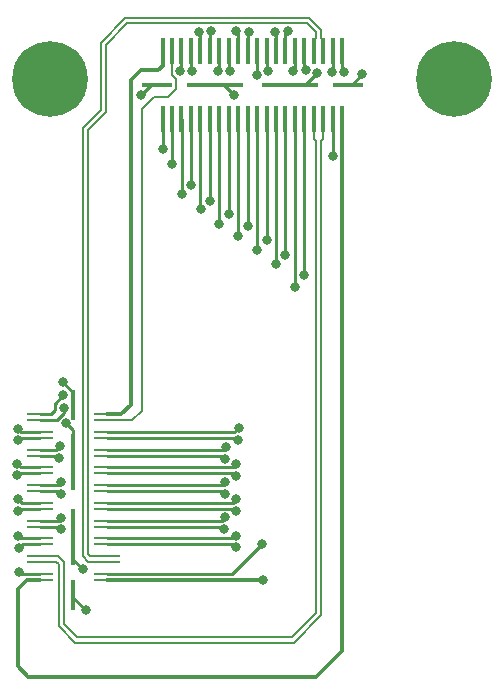
<source format=gbr>
%TF.GenerationSoftware,KiCad,Pcbnew,7.0.1*%
%TF.CreationDate,2023-08-08T21:16:00-04:00*%
%TF.ProjectId,syzygy-txr-to-std,73797a79-6779-42d7-9478-722d746f2d73,rev?*%
%TF.SameCoordinates,Original*%
%TF.FileFunction,Copper,L1,Top*%
%TF.FilePolarity,Positive*%
%FSLAX46Y46*%
G04 Gerber Fmt 4.6, Leading zero omitted, Abs format (unit mm)*
G04 Created by KiCad (PCBNEW 7.0.1) date 2023-08-08 21:16:00*
%MOMM*%
%LPD*%
G01*
G04 APERTURE LIST*
%TA.AperFunction,SMDPad,CuDef*%
%ADD10R,2.270000X0.280000*%
%TD*%
%TA.AperFunction,SMDPad,CuDef*%
%ADD11R,0.430000X2.540000*%
%TD*%
%TA.AperFunction,SMDPad,CuDef*%
%ADD12R,0.430000X4.700000*%
%TD*%
%TA.AperFunction,ComponentPad*%
%ADD13C,6.400000*%
%TD*%
%TA.AperFunction,SMDPad,CuDef*%
%ADD14R,0.410000X2.270000*%
%TD*%
%TA.AperFunction,SMDPad,CuDef*%
%ADD15R,2.540000X0.430000*%
%TD*%
%TA.AperFunction,SMDPad,CuDef*%
%ADD16R,4.700000X0.430000*%
%TD*%
%TA.AperFunction,ViaPad*%
%ADD17C,0.800000*%
%TD*%
%TA.AperFunction,Conductor*%
%ADD18C,0.250000*%
%TD*%
%TA.AperFunction,Conductor*%
%ADD19C,0.300000*%
%TD*%
%TA.AperFunction,Conductor*%
%ADD20C,0.200000*%
%TD*%
G04 APERTURE END LIST*
D10*
%TO.P,J1,01,SCL*%
%TO.N,/SCL*%
X137008000Y-96812800D03*
%TO.P,J1,02,+5V*%
%TO.N,/5V*%
X142748000Y-96812800D03*
%TO.P,J1,03,SDA*%
%TO.N,/SDA*%
X137008000Y-97312800D03*
%TO.P,J1,04,R_GA*%
%TO.N,/R_GA*%
X142748000Y-97312800D03*
%TO.P,J1,05,RX0P*%
%TO.N,/5*%
X137008000Y-98312800D03*
%TO.P,J1,06,TX0P*%
%TO.N,/6*%
X142748000Y-98312800D03*
%TO.P,J1,07,RX0N*%
%TO.N,/7*%
X137008000Y-98812800D03*
%TO.P,J1,08,TX0N*%
%TO.N,/8*%
X142748000Y-98812800D03*
%TO.P,J1,09,RX1P*%
%TO.N,/9*%
X137008000Y-99812800D03*
%TO.P,J1,10,TX1P*%
%TO.N,/10*%
X142748000Y-99812800D03*
%TO.P,J1,11,RX1N*%
%TO.N,/11*%
X137008000Y-100312800D03*
%TO.P,J1,12,TX1N*%
%TO.N,/12*%
X142748000Y-100312800D03*
%TO.P,J1,13,REFCLKP*%
%TO.N,/13*%
X137008000Y-101312800D03*
%TO.P,J1,14,S0*%
%TO.N,/14*%
X142748000Y-101312800D03*
%TO.P,J1,15,REFCLKN*%
%TO.N,/15*%
X137008000Y-101812800D03*
%TO.P,J1,16,S1*%
%TO.N,/16*%
X142748000Y-101812800D03*
%TO.P,J1,17,S2*%
%TO.N,/17*%
X137008000Y-102812800D03*
%TO.P,J1,18,S3*%
%TO.N,/18*%
X142748000Y-102812800D03*
%TO.P,J1,19,S4*%
%TO.N,/19*%
X137008000Y-103312800D03*
%TO.P,J1,20,S5*%
%TO.N,/20*%
X142748000Y-103312800D03*
%TO.P,J1,21,S6*%
%TO.N,/21*%
X137008000Y-104312800D03*
%TO.P,J1,22,S7*%
%TO.N,/22*%
X142748000Y-104312800D03*
%TO.P,J1,23,S8*%
%TO.N,/23*%
X137008000Y-104812800D03*
%TO.P,J1,24,S9*%
%TO.N,/24*%
X142748000Y-104812800D03*
%TO.P,J1,25,RX3P*%
%TO.N,/25*%
X137008000Y-105812800D03*
%TO.P,J1,26,TX3P*%
%TO.N,/26*%
X142748000Y-105812800D03*
%TO.P,J1,27,RX3N*%
%TO.N,/27*%
X137008000Y-106312800D03*
%TO.P,J1,28,TX3N*%
%TO.N,/28*%
X142748000Y-106312800D03*
%TO.P,J1,29,RX2P*%
%TO.N,/29*%
X137008000Y-107312800D03*
%TO.P,J1,30,TX2P*%
%TO.N,/30*%
X142748000Y-107312800D03*
%TO.P,J1,31,RX2N*%
%TO.N,/31*%
X137008000Y-107812800D03*
%TO.P,J1,32,TX2N*%
%TO.N,/32*%
X142748000Y-107812800D03*
%TO.P,J1,33,P2C_CLKP*%
%TO.N,/P2C_CLKP*%
X137008000Y-108812800D03*
%TO.P,J1,34,C2P_CLKP*%
%TO.N,/C2P_CLKP*%
X142748000Y-108812800D03*
%TO.P,J1,35,P2C_CLKN*%
%TO.N,/P2C_CLKN*%
X137008000Y-109312800D03*
%TO.P,J1,36,C2P_CLKN*%
%TO.N,/C2P_CLKN*%
X142748000Y-109312800D03*
%TO.P,J1,37,RSVD*%
%TO.N,/37*%
X137008000Y-110312800D03*
%TO.P,J1,38,RSVD*%
%TO.N,/38*%
X142748000Y-110312800D03*
%TO.P,J1,39,VIO1*%
%TO.N,/VIO1*%
X137008000Y-110812800D03*
%TO.P,J1,40,+3.3V*%
%TO.N,/3V3*%
X142748000Y-110812800D03*
D11*
%TO.P,J1,GND1,GND*%
%TO.N,GND*%
X139878000Y-95992800D03*
D12*
%TO.P,J1,GND2,GND__1*%
X139878000Y-100882800D03*
%TO.P,J1,GND3,GND__2*%
X139878000Y-107232800D03*
D11*
%TO.P,J1,GND4,GND__3*%
X139878000Y-112122800D03*
%TD*%
D13*
%TO.P,H2,1,1*%
%TO.N,unconnected-(H2-Pad1)*%
X137871201Y-68401399D03*
%TD*%
D14*
%TO.P,J2,01,SCL*%
%TO.N,/SCL*%
X147421601Y-71804999D03*
%TO.P,J2,02,+5V*%
%TO.N,/5V*%
X147421601Y-66074999D03*
%TO.P,J2,03,SDA*%
%TO.N,/SDA*%
X148221601Y-71804999D03*
%TO.P,J2,04,R_GA*%
%TO.N,/R_GA*%
X148221601Y-66074999D03*
%TO.P,J2,05,S0_D0P*%
%TO.N,/5*%
X149021601Y-71804999D03*
%TO.P,J2,06,S1_D1P*%
%TO.N,/6*%
X149021601Y-66074999D03*
%TO.P,J2,07,S2_D0N*%
%TO.N,/7*%
X149821601Y-71804999D03*
%TO.P,J2,08,S3_D1N*%
%TO.N,/8*%
X149821601Y-66074999D03*
%TO.P,J2,09,S4_D2P*%
%TO.N,/9*%
X150621601Y-71804999D03*
%TO.P,J2,10,S5_D3P*%
%TO.N,/10*%
X150621601Y-66074999D03*
%TO.P,J2,11,S6_D2N*%
%TO.N,/11*%
X151421601Y-71804999D03*
%TO.P,J2,12,S7_D3N*%
%TO.N,/12*%
X151421601Y-66074999D03*
%TO.P,J2,13,S8_D4P*%
%TO.N,/13*%
X152221601Y-71804999D03*
%TO.P,J2,14,S9_D5P*%
%TO.N,/14*%
X152221601Y-66074999D03*
%TO.P,J2,15,S10_D4N*%
%TO.N,/15*%
X153021601Y-71804999D03*
%TO.P,J2,16,S11_D5N*%
%TO.N,/16*%
X153021601Y-66074999D03*
%TO.P,J2,17,S12_D6P*%
%TO.N,/17*%
X153821601Y-71804999D03*
%TO.P,J2,18,S13_D7P*%
%TO.N,/18*%
X153821601Y-66074999D03*
%TO.P,J2,19,S14_D6N*%
%TO.N,/19*%
X154621601Y-71804999D03*
%TO.P,J2,20,S15_D7N*%
%TO.N,/20*%
X154621601Y-66074999D03*
%TO.P,J2,21,S16*%
%TO.N,/21*%
X155421601Y-71804999D03*
%TO.P,J2,22,S17*%
%TO.N,/22*%
X155421601Y-66074999D03*
%TO.P,J2,23,S18*%
%TO.N,/23*%
X156221601Y-71804999D03*
%TO.P,J2,24,S19*%
%TO.N,/24*%
X156221601Y-66074999D03*
%TO.P,J2,25,S20*%
%TO.N,/25*%
X157021601Y-71804999D03*
%TO.P,J2,26,S21*%
%TO.N,/26*%
X157021601Y-66074999D03*
%TO.P,J2,27,S22*%
%TO.N,/27*%
X157821601Y-71804999D03*
%TO.P,J2,28,S23*%
%TO.N,/28*%
X157821601Y-66074999D03*
%TO.P,J2,29,S24*%
%TO.N,/29*%
X158621601Y-71804999D03*
%TO.P,J2,30,S25*%
%TO.N,/30*%
X158621601Y-66074999D03*
%TO.P,J2,31,S26*%
%TO.N,/31*%
X159421601Y-71804999D03*
%TO.P,J2,32,S27*%
%TO.N,/32*%
X159421601Y-66074999D03*
%TO.P,J2,33,P2C_CLKP*%
%TO.N,/P2C_CLKP*%
X160221601Y-71804999D03*
%TO.P,J2,34,C2P_CLKP*%
%TO.N,/C2P_CLKP*%
X160221601Y-66074999D03*
%TO.P,J2,35,P2C_CLKN*%
%TO.N,/P2C_CLKN*%
X161021601Y-71804999D03*
%TO.P,J2,36,C2P_CLKN*%
%TO.N,/C2P_CLKN*%
X161021601Y-66074999D03*
%TO.P,J2,37,RSVD*%
%TO.N,/37*%
X161821601Y-71804999D03*
%TO.P,J2,38,RSVD*%
%TO.N,/38*%
X161821601Y-66074999D03*
%TO.P,J2,39,VIO1*%
%TO.N,/VIO1*%
X162621601Y-71804999D03*
%TO.P,J2,40,+3.3V*%
%TO.N,/3V3*%
X162621601Y-66074999D03*
D15*
%TO.P,J2,G1,GND*%
%TO.N,GND*%
X146951601Y-68939999D03*
D16*
%TO.P,J2,G2,GND__1*%
X151841601Y-68939999D03*
%TO.P,J2,G3,GND__2*%
X158191601Y-68939999D03*
D15*
%TO.P,J2,G4,GND__3*%
X163081601Y-68939999D03*
%TD*%
D13*
%TO.P,H1,1,1*%
%TO.N,unconnected-(H1-Pad1)*%
X172059601Y-68401399D03*
%TD*%
D17*
%TO.N,/SCL*%
X138988800Y-95199200D03*
X147421601Y-74371200D03*
%TO.N,/SDA*%
X139039600Y-96316800D03*
X148221601Y-75641200D03*
%TO.N,/5*%
X149047200Y-78181200D03*
X135149655Y-98023500D03*
%TO.N,/6*%
X153873200Y-97942400D03*
X148911297Y-67716400D03*
%TO.N,/7*%
X135159553Y-99022954D03*
X149821601Y-77419200D03*
%TO.N,/8*%
X149910800Y-67716400D03*
X153845722Y-98951005D03*
%TO.N,/9*%
X138734800Y-99472500D03*
X150639697Y-79468897D03*
%TO.N,/10*%
X150537069Y-64415033D03*
X152806400Y-99568000D03*
%TO.N,/11*%
X138684000Y-100482400D03*
X151421601Y-78740000D03*
%TO.N,/12*%
X152744053Y-100565556D03*
X151536400Y-64396511D03*
%TO.N,/13*%
X135128000Y-100990400D03*
X152196800Y-80670400D03*
%TO.N,/14*%
X152146000Y-67716400D03*
X153644391Y-101038478D03*
%TO.N,/15*%
X135135290Y-101989876D03*
X153021601Y-79857600D03*
%TO.N,/16*%
X153647035Y-102037977D03*
X153145467Y-67708025D03*
%TO.N,/17*%
X153824951Y-81740550D03*
X138836400Y-102530897D03*
%TO.N,/18*%
X153670000Y-64396511D03*
X152704800Y-102565200D03*
%TO.N,/19*%
X138836400Y-103530400D03*
X154656751Y-80908750D03*
%TO.N,/20*%
X152709761Y-103564690D03*
X154736800Y-64414400D03*
%TO.N,/21*%
X155427098Y-82860297D03*
X135178800Y-103987600D03*
%TO.N,/22*%
X153670000Y-103987600D03*
X155397200Y-68122800D03*
%TO.N,/23*%
X135178800Y-104987103D03*
X156233498Y-82053897D03*
%TO.N,/24*%
X156362400Y-67716400D03*
X153619200Y-105003600D03*
%TO.N,/25*%
X157021601Y-84124800D03*
X138785600Y-105562400D03*
%TO.N,/26*%
X156921200Y-64414400D03*
X152704800Y-105537300D03*
%TO.N,/27*%
X157821601Y-83362800D03*
X138785600Y-106561903D03*
%TO.N,/28*%
X152653595Y-106535490D03*
X158038800Y-64396511D03*
%TO.N,/29*%
X158597600Y-86004400D03*
X135189719Y-107154493D03*
%TO.N,/30*%
X153670000Y-107086400D03*
X158496000Y-67716400D03*
%TO.N,/31*%
X159410400Y-84988400D03*
X135229600Y-108153200D03*
%TO.N,/32*%
X159537400Y-67691000D03*
X153669247Y-108085902D03*
%TO.N,/37*%
X161848800Y-74930000D03*
X135255000Y-110159800D03*
%TO.N,/38*%
X155854400Y-107797600D03*
X161763697Y-67818000D03*
%TO.N,/3V3*%
X155956000Y-110845600D03*
X162763200Y-67818000D03*
%TO.N,GND*%
X160508584Y-67927234D03*
X140919200Y-113385600D03*
X139261085Y-97540985D03*
X153480100Y-69799200D03*
X138988800Y-94081600D03*
X145592800Y-69748400D03*
X140665200Y-109931200D03*
X164338000Y-68021200D03*
%TD*%
D18*
%TO.N,/SCL*%
X138277600Y-96469200D02*
X138277600Y-95910400D01*
X138277600Y-95910400D02*
X138988800Y-95199200D01*
X137934000Y-96812800D02*
X138277600Y-96469200D01*
X137008000Y-96812800D02*
X137934000Y-96812800D01*
X147421601Y-74371200D02*
X147421601Y-71804999D01*
D19*
%TO.N,/5V*%
X143928400Y-96812800D02*
X142748000Y-96812800D01*
X145592800Y-67665600D02*
X144729200Y-68529200D01*
X147421601Y-66074999D02*
X147421601Y-67309999D01*
X144729200Y-68529200D02*
X144729200Y-96012000D01*
X147421601Y-67309999D02*
X147066000Y-67665600D01*
X144729200Y-96012000D02*
X143928400Y-96812800D01*
X147066000Y-67665600D02*
X145592800Y-67665600D01*
D18*
%TO.N,/SDA*%
X148221601Y-75641200D02*
X148221601Y-71804999D01*
X137008000Y-97312800D02*
X138463965Y-97312800D01*
X139039600Y-96737165D02*
X139039600Y-96316800D01*
X138463965Y-97312800D02*
X139039600Y-96737165D01*
D20*
%TO.N,/R_GA*%
X148221601Y-67409999D02*
X148211297Y-67420303D01*
X145643600Y-96500000D02*
X144830800Y-97312800D01*
X148521601Y-68424999D02*
X148521601Y-69308799D01*
X145643600Y-70967600D02*
X145643600Y-96500000D01*
X148521601Y-69308799D02*
X147878800Y-69951600D01*
X147878800Y-69951600D02*
X146659600Y-69951600D01*
X148211297Y-67420303D02*
X148211297Y-68114695D01*
X146659600Y-69951600D02*
X145643600Y-70967600D01*
X148221601Y-66074999D02*
X148221601Y-67409999D01*
X144830800Y-97312800D02*
X142748000Y-97312800D01*
X148211297Y-68114695D02*
X148521601Y-68424999D01*
D18*
%TO.N,/5*%
X149047200Y-78181200D02*
X149047200Y-71830598D01*
X135438955Y-98312800D02*
X137008000Y-98312800D01*
X135149655Y-98023500D02*
X135438955Y-98312800D01*
X149047200Y-71830598D02*
X149021601Y-71804999D01*
%TO.N,/6*%
X153502800Y-98312800D02*
X153873200Y-97942400D01*
X149021601Y-66074999D02*
X149021601Y-67606096D01*
X149021601Y-67606096D02*
X148911297Y-67716400D01*
X142748000Y-98312800D02*
X153502800Y-98312800D01*
%TO.N,/7*%
X135369707Y-98812800D02*
X137008000Y-98812800D01*
X149821601Y-77419200D02*
X149821601Y-71804999D01*
X135159553Y-99022954D02*
X135369707Y-98812800D01*
%TO.N,/8*%
X142748000Y-98812800D02*
X153707517Y-98812800D01*
X153707517Y-98812800D02*
X153845722Y-98951005D01*
X149821601Y-67627201D02*
X149821601Y-66074999D01*
X149910800Y-67716400D02*
X149821601Y-67627201D01*
%TO.N,/9*%
X150639697Y-79468897D02*
X150622000Y-79451200D01*
X137008000Y-99812800D02*
X138394500Y-99812800D01*
X150622000Y-79451200D02*
X150622000Y-71805398D01*
X138394500Y-99812800D02*
X138734800Y-99472500D01*
X150622000Y-71805398D02*
X150621601Y-71804999D01*
%TO.N,/10*%
X152561600Y-99812800D02*
X152806400Y-99568000D01*
X150621601Y-64499565D02*
X150537069Y-64415033D01*
X142748000Y-99812800D02*
X152561600Y-99812800D01*
X150621601Y-66074999D02*
X150621601Y-64499565D01*
%TO.N,/11*%
X137008000Y-100312800D02*
X138514400Y-100312800D01*
X138514400Y-100312800D02*
X138684000Y-100482400D01*
X151421601Y-78740000D02*
X151421601Y-71804999D01*
%TO.N,/12*%
X142748000Y-100312800D02*
X152491297Y-100312800D01*
X152491297Y-100312800D02*
X152744053Y-100565556D01*
X151421601Y-66074999D02*
X151421601Y-64511310D01*
X151421601Y-64511310D02*
X151536400Y-64396511D01*
%TO.N,/13*%
X152196800Y-80670400D02*
X152196800Y-71829800D01*
X135128000Y-100990400D02*
X135450400Y-101312800D01*
X152196800Y-71829800D02*
X152221601Y-71804999D01*
X135450400Y-101312800D02*
X137008000Y-101312800D01*
%TO.N,/14*%
X153644391Y-101038478D02*
X153370069Y-101312800D01*
X152221601Y-66074999D02*
X152221601Y-67640799D01*
X153370069Y-101312800D02*
X142748000Y-101312800D01*
X152221601Y-67640799D02*
X152146000Y-67716400D01*
%TO.N,/15*%
X135135290Y-101989876D02*
X135312366Y-101812800D01*
X135312366Y-101812800D02*
X137008000Y-101812800D01*
X153021601Y-79857600D02*
X153021601Y-71804999D01*
%TO.N,/16*%
X153021601Y-67584159D02*
X153021601Y-66074999D01*
X153145467Y-67708025D02*
X153021601Y-67584159D01*
X153421858Y-101812800D02*
X153647035Y-102037977D01*
X142748000Y-101812800D02*
X153421858Y-101812800D01*
%TO.N,/17*%
X138554497Y-102812800D02*
X137008000Y-102812800D01*
X153821601Y-81737200D02*
X153821601Y-71804999D01*
X138836400Y-102530897D02*
X138554497Y-102812800D01*
X153824951Y-81740550D02*
X153821601Y-81737200D01*
%TO.N,/18*%
X152457200Y-102812800D02*
X152704800Y-102565200D01*
X153821601Y-66074999D02*
X153821601Y-64515201D01*
X153702911Y-64396511D02*
X153670000Y-64396511D01*
X153821601Y-64515201D02*
X153702911Y-64396511D01*
X142748000Y-102812800D02*
X152457200Y-102812800D01*
%TO.N,/19*%
X137008000Y-103312800D02*
X138618800Y-103312800D01*
X138618800Y-103312800D02*
X138836400Y-103530400D01*
X154621601Y-80873600D02*
X154621601Y-71804999D01*
X154656751Y-80908750D02*
X154621601Y-80873600D01*
%TO.N,/20*%
X154621601Y-64529599D02*
X154736800Y-64414400D01*
X154621601Y-66074999D02*
X154621601Y-64529599D01*
X142748000Y-103312800D02*
X152457871Y-103312800D01*
X152457871Y-103312800D02*
X152709761Y-103564690D01*
%TO.N,/21*%
X155427098Y-82860297D02*
X155421601Y-82854800D01*
X155421601Y-82854800D02*
X155421601Y-71804999D01*
X135504000Y-104312800D02*
X135178800Y-103987600D01*
X137008000Y-104312800D02*
X135504000Y-104312800D01*
%TO.N,/22*%
X155421601Y-68025058D02*
X155421601Y-68098399D01*
X155421601Y-68025058D02*
X155421601Y-66074999D01*
X155421601Y-68098399D02*
X155397200Y-68122800D01*
X153670000Y-103987600D02*
X153344800Y-104312800D01*
X153344800Y-104312800D02*
X142748000Y-104312800D01*
%TO.N,/23*%
X135353103Y-104812800D02*
X135178800Y-104987103D01*
X156221601Y-82042000D02*
X156221601Y-71804999D01*
X156233498Y-82053897D02*
X156221601Y-82042000D01*
X137008000Y-104812800D02*
X135353103Y-104812800D01*
%TO.N,/24*%
X156221601Y-67575601D02*
X156362400Y-67716400D01*
X156221601Y-66074999D02*
X156221601Y-67575601D01*
X153619200Y-105003600D02*
X153428400Y-104812800D01*
X153428400Y-104812800D02*
X142748000Y-104812800D01*
%TO.N,/25*%
X137008000Y-105812800D02*
X138535200Y-105812800D01*
X138535200Y-105812800D02*
X138785600Y-105562400D01*
X157021601Y-84124800D02*
X157021601Y-71804999D01*
%TO.N,/26*%
X157021601Y-64514801D02*
X156921200Y-64414400D01*
X152429300Y-105812800D02*
X142748000Y-105812800D01*
X152704800Y-105537300D02*
X152429300Y-105812800D01*
X157021601Y-66074999D02*
X157021601Y-64514801D01*
%TO.N,/27*%
X138536497Y-106312800D02*
X138785600Y-106561903D01*
X137008000Y-106312800D02*
X138536497Y-106312800D01*
X157821601Y-83362800D02*
X157821601Y-71804999D01*
%TO.N,/28*%
X157821601Y-64613710D02*
X158038800Y-64396511D01*
X157821601Y-66074999D02*
X157821601Y-64613710D01*
X152653595Y-106535490D02*
X152430905Y-106312800D01*
X152430905Y-106312800D02*
X142748000Y-106312800D01*
%TO.N,/29*%
X135348026Y-107312800D02*
X137008000Y-107312800D01*
X158621601Y-85980399D02*
X158621601Y-71804999D01*
X135189719Y-107154493D02*
X135348026Y-107312800D01*
X158597600Y-86004400D02*
X158621601Y-85980399D01*
%TO.N,/30*%
X158496000Y-67716400D02*
X158621601Y-67590799D01*
X153443600Y-107312800D02*
X142748000Y-107312800D01*
X158621601Y-67590799D02*
X158621601Y-66074999D01*
X153670000Y-107086400D02*
X153443600Y-107312800D01*
%TO.N,/31*%
X135229600Y-108153200D02*
X135570000Y-107812800D01*
X159410400Y-84988400D02*
X159421601Y-84977199D01*
X135570000Y-107812800D02*
X137008000Y-107812800D01*
X159421601Y-84977199D02*
X159421601Y-71804999D01*
%TO.N,/32*%
X153396145Y-107812800D02*
X142748000Y-107812800D01*
X153669247Y-108085902D02*
X153396145Y-107812800D01*
X159421601Y-67575201D02*
X159421601Y-66074999D01*
X159537400Y-67691000D02*
X159421601Y-67575201D01*
D20*
%TO.N,/P2C_CLKP*%
X140199600Y-115700600D02*
X139061400Y-114562400D01*
X138003000Y-108812800D02*
X137008000Y-108812800D01*
X138028000Y-108837800D02*
X138003000Y-108812800D01*
X160221601Y-73507500D02*
X160396601Y-73682500D01*
X139061400Y-114562400D02*
X139061400Y-109330000D01*
X139061400Y-109330000D02*
X138569200Y-108837800D01*
X158352000Y-115700600D02*
X140199600Y-115700600D01*
X160396601Y-73682500D02*
X160396601Y-113655999D01*
X160396601Y-113655999D02*
X158352000Y-115700600D01*
X160221601Y-71804999D02*
X160221601Y-73507500D01*
X138569200Y-108837800D02*
X138028000Y-108837800D01*
%TO.N,/C2P_CLKP*%
X141093400Y-108618800D02*
X141093400Y-72737200D01*
X141312400Y-108837800D02*
X141093400Y-108618800D01*
X160396601Y-64969999D02*
X160221601Y-65144999D01*
X160396601Y-64448801D02*
X160396601Y-64969999D01*
X144443989Y-63697011D02*
X159644811Y-63697011D01*
X141753000Y-108812800D02*
X141728000Y-108837800D01*
X142617400Y-65523600D02*
X144443989Y-63697011D01*
X142748000Y-108812800D02*
X141753000Y-108812800D01*
X159644811Y-63697011D02*
X160396601Y-64448801D01*
X142617400Y-71213200D02*
X142617400Y-65523600D01*
X141728000Y-108837800D02*
X141312400Y-108837800D01*
X160221601Y-65144999D02*
X160221601Y-66074999D01*
X141093400Y-72737200D02*
X142617400Y-71213200D01*
%TO.N,/P2C_CLKN*%
X161021601Y-71804999D02*
X161021601Y-73507500D01*
X160846601Y-113842399D02*
X158538400Y-116150600D01*
X138611400Y-114748800D02*
X138611400Y-109516400D01*
X161021601Y-73507500D02*
X160846601Y-73682500D01*
X138028000Y-109287800D02*
X138003000Y-109312800D01*
X138003000Y-109312800D02*
X137008000Y-109312800D01*
X138611400Y-109516400D02*
X138382800Y-109287800D01*
X140013200Y-116150600D02*
X138611400Y-114748800D01*
X160846601Y-73682500D02*
X160846601Y-113842399D01*
X138382800Y-109287800D02*
X138028000Y-109287800D01*
X158538400Y-116150600D02*
X140013200Y-116150600D01*
%TO.N,/C2P_CLKN*%
X159831211Y-63247011D02*
X160846601Y-64262401D01*
X161021601Y-65144999D02*
X161021601Y-66074999D01*
X144257589Y-63247011D02*
X159831211Y-63247011D01*
X140643400Y-108805200D02*
X140643400Y-72550800D01*
X160846601Y-64262401D02*
X160846601Y-64969999D01*
X140643400Y-72550800D02*
X142167400Y-71026800D01*
X141728000Y-109287800D02*
X141126000Y-109287800D01*
X141126000Y-109287800D02*
X140643400Y-108805200D01*
X142167400Y-65337200D02*
X144257589Y-63247011D01*
X142748000Y-109312800D02*
X141753000Y-109312800D01*
X142167400Y-71026800D02*
X142167400Y-65337200D01*
X141753000Y-109312800D02*
X141728000Y-109287800D01*
X160846601Y-64969999D02*
X161021601Y-65144999D01*
D18*
%TO.N,/37*%
X161821601Y-71804999D02*
X161821601Y-74902801D01*
X135408000Y-110312800D02*
X137008000Y-110312800D01*
X161821601Y-74902801D02*
X161848800Y-74930000D01*
X135255000Y-110159800D02*
X135408000Y-110312800D01*
%TO.N,/38*%
X161763697Y-67818000D02*
X161821601Y-67760096D01*
X153339200Y-110312800D02*
X142748000Y-110312800D01*
X161821601Y-67760096D02*
X161821601Y-66074999D01*
X155854400Y-107797600D02*
X153339200Y-110312800D01*
D19*
%TO.N,/VIO1*%
X162621601Y-71804999D02*
X162621601Y-116829199D01*
X135178800Y-111607600D02*
X135973600Y-110812800D01*
X135178800Y-118160800D02*
X135178800Y-111607600D01*
X135973600Y-110812800D02*
X137008000Y-110812800D01*
X162621601Y-116829199D02*
X160426400Y-119024400D01*
X160426400Y-119024400D02*
X136042400Y-119024400D01*
X136042400Y-119024400D02*
X135178800Y-118160800D01*
%TO.N,/3V3*%
X155923200Y-110812800D02*
X155956000Y-110845600D01*
D18*
X162621601Y-67676401D02*
X162621601Y-66074999D01*
D19*
X142748000Y-110812800D02*
X155923200Y-110812800D01*
D18*
X162763200Y-67818000D02*
X162621601Y-67676401D01*
%TO.N,GND*%
X139878000Y-95992800D02*
X139878000Y-94970800D01*
X139261085Y-97540985D02*
X139878000Y-98157900D01*
X158191601Y-68939999D02*
X159495819Y-68939999D01*
X159495819Y-68939999D02*
X160508584Y-67927234D01*
X139878000Y-112344400D02*
X140919200Y-113385600D01*
X152620899Y-68939999D02*
X153480100Y-69799200D01*
X163081601Y-68939999D02*
X163419201Y-68939999D01*
X139878000Y-94970800D02*
X138988800Y-94081600D01*
X146401201Y-68939999D02*
X145592800Y-69748400D01*
X139878000Y-112122800D02*
X139878000Y-112344400D01*
X139878000Y-107232800D02*
X139878000Y-109144000D01*
X146951601Y-68939999D02*
X146401201Y-68939999D01*
X163419201Y-68939999D02*
X164338000Y-68021200D01*
X139878000Y-98157900D02*
X139878000Y-100882800D01*
X139878000Y-109144000D02*
X140665200Y-109931200D01*
X151841601Y-68939999D02*
X152620899Y-68939999D01*
%TD*%
M02*

</source>
